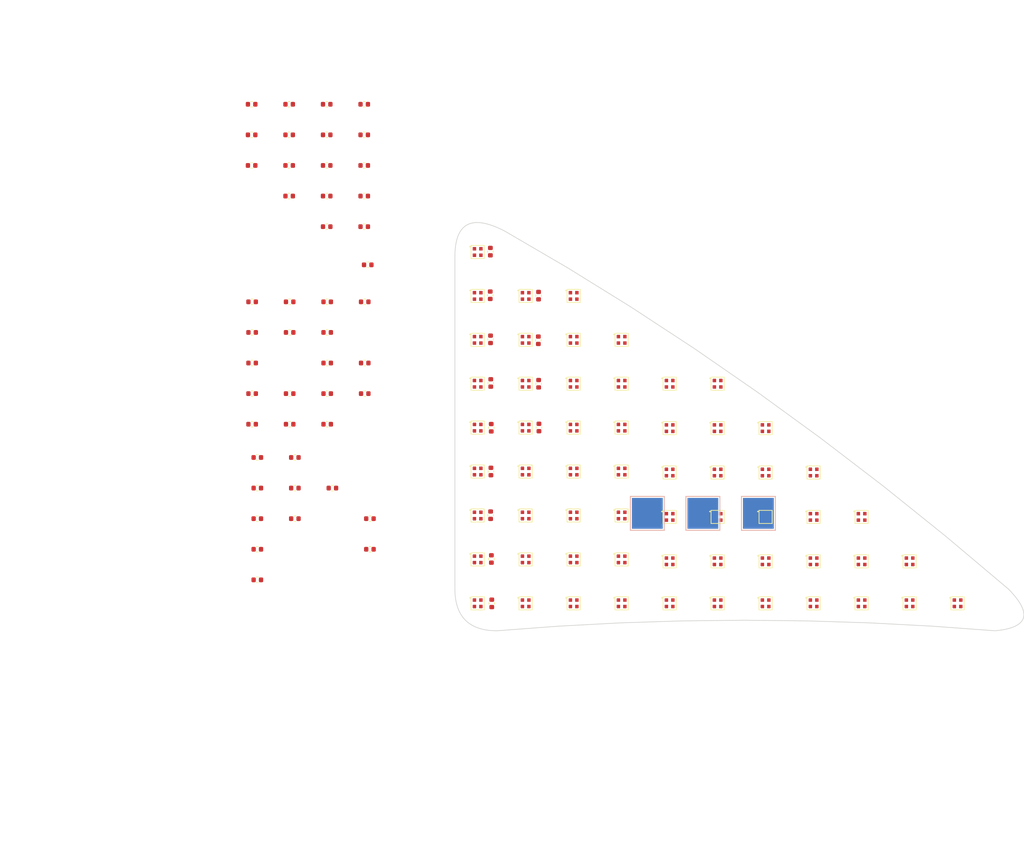
<source format=kicad_pcb>
(kicad_pcb (version 20240108) (generator "pcbnew") (generator_version "8.0")
  (layers (0 "F.Cu" signal) (31 "B.Cu" signal) (34 "B.Paste" user) (35 "F.Paste" user) (36 "B.SilkS" user "B.Silkscreen") (37 "F.SilkS" user "F.Silkscreen") (38 "B.Mask" user) (39 "F.Mask" user) (44 "Edge.Cuts" user))
  (net 0 "")
  (net 1 "led_1-dout")
  (net 2 "gnd")
  (net 3 "din")
  (net 4 "vcc")
  (net 5 "led_18-dout")
  (net 6 "led_19-dout")
  (net 7 "led_17-dout")
  (net 8 "led_16-dout")
  (net 9 "led_15-dout")
  (net 10 "led_14-dout")
  (net 11 "led_13-dout")
  (net 12 "led_12-dout")
  (net 13 "led_11-dout")
  (net 14 "led_10-dout")
  (net 15 "led_9-dout")
  (net 16 "led_8-dout")
  (net 17 "led_7-dout")
  (net 18 "led_6-dout")
  (net 19 "led_5-dout")
  (net 20 "led_4-dout")
  (net 21 "led_3-dout")
  (net 22 "led_2-dout")
  (net 23 "led_20-dout")
  (net 24 "led_40-dout")
  (net 25 "led_39-dout")
  (net 26 "led_38-dout")
  (net 27 "led_37-dout")
  (net 28 "led_36-dout")
  (net 29 "led_35-dout")
  (net 30 "led_34-dout")
  (net 31 "led_33-dout")
  (net 32 "led_32-dout")
  (net 33 "led_31-dout")
  (net 34 "led_30-dout")
  (net 35 "led_29-dout")
  (net 36 "led_28-dout")
  (net 37 "led_27-dout")
  (net 38 "led_26-dout")
  (net 39 "led_25-dout")
  (net 40 "led_24-dout")
  (net 41 "led_23-dout")
  (net 42 "led_22-dout")
  (net 43 "led_21-dout")
  (net 44 "led_59-dout")
  (net 45 "led_58-dout")
  (net 46 "led_57-dout")
  (net 47 "led_56-dout")
  (net 48 "led_55-dout")
  (net 49 "led_54-dout")
  (net 50 "led_53-dout")
  (net 51 "led_52-dout")
  (net 52 "led_51-dout")
  (net 53 "led_50-dout")
  (net 54 "led_49-dout")
  (net 55 "led_48-dout")
  (net 56 "led_47-dout")
  (net 57 "led_46-dout")
  (net 58 "led_45-dout")
  (net 59 "led_44-dout")
  (net 60 "led_43-dout")
  (net 61 "led_42-dout")
  (net 62 "led_41-dout")
  (footprint "lib:C0402" (layer "F.Cu") (at 124.91 122.02 -90)
    (property "Reference" "C15" (hide yes))
    (property "Value" "16V 100nF X7R ±10% 0402  Multilayer Ceramic Capacitors MLCC - SMD/SMT ROHS")
    (pad "1" smd roundrect (at -0.48 0 270) (size 0.56 0.62) (layers "F.Cu" "F.Paste" "F.Mask") (net 4 "vcc"))
    (pad "2" smd roundrect (at 0.48 0 270) (size 0.56 0.62) (layers "F.Cu" "F.Paste" "F.Mask") (net 2 "gnd"))
  )
  (footprint "lib:LED-SMD_4P-L1.0-W1.0-TL_XL-1010RGBC-WS2812B" (layer "F.Cu") (at 129.307 110.615)
    (property "Reference" "U18" (hide yes))
    (property "Value" "")
    (pad "1" smd rect (at -0.42 -0.42) (size 0.45 0.45) (layers "F.Cu" "F.Paste" "F.Mask") (net 9 "led_15-dout"))
    (pad "2" smd rect (at 0.42 -0.42) (size 0.45 0.45) (layers "F.Cu" "F.Paste" "F.Mask") (net 4 "vcc"))
    (pad "3" smd rect (at -0.42 0.42) (size 0.45 0.45) (layers "F.Cu" "F.Paste" "F.Mask") (net 2 "gnd"))
    (pad "4" smd rect (at 0.42 0.42) (size 0.45 0.45) (layers "F.Cu" "F.Paste" "F.Mask") (net 10 "led_14-dout"))
  )
  (footprint "lib:LED-SMD_4P-L1.0-W1.0-TL_XL-1010RGBC-WS2812B" (layer "F.Cu") (at 154.215 99.281875)
    (property "Reference" "U43" (hide yes))
    (property "Value" "")
    (pad "1" smd rect (at -0.42 -0.42) (size 0.45 0.45) (layers "F.Cu" "F.Paste" "F.Mask") (net 24 "led_40-dout"))
    (pad "2" smd rect (at 0.42 -0.42) (size 0.45 0.45) (layers "F.Cu" "F.Paste" "F.Mask") (net 4 "vcc"))
    (pad "3" smd rect (at -0.42 0.42) (size 0.45 0.45) (layers "F.Cu" "F.Paste" "F.Mask") (net 2 "gnd"))
    (pad "4" smd rect (at 0.42 0.42) (size 0.45 0.45) (layers "F.Cu" "F.Paste" "F.Mask") (net 25 "led_39-dout"))
  )
  (footprint "lib:LED-SMD_4P-L1.0-W1.0-TL_XL-1010RGBC-WS2812B" (layer "F.Cu") (at 135.534 93.5225)
    (property "Reference" "U26" (hide yes))
    (property "Value" "")
    (pad "1" smd rect (at -0.42 -0.42) (size 0.45 0.45) (layers "F.Cu" "F.Paste" "F.Mask") (net 41 "led_23-dout"))
    (pad "2" smd rect (at 0.42 -0.42) (size 0.45 0.45) (layers "F.Cu" "F.Paste" "F.Mask") (net 4 "vcc"))
    (pad "3" smd rect (at -0.42 0.42) (size 0.45 0.45) (layers "F.Cu" "F.Paste" "F.Mask") (net 2 "gnd"))
    (pad "4" smd rect (at 0.42 0.42) (size 0.45 0.45) (layers "F.Cu" "F.Paste" "F.Mask") (net 42 "led_22-dout"))
  )
  (footprint "lib:C0402" (layer "F.Cu") (at 108.36 69.17)
    (property "Reference" "C58" (hide yes))
    (property "Value" "16V 100nF X7R ±10% 0402  Multilayer Ceramic Capacitors MLCC - SMD/SMT ROHS")
    (pad "1" smd roundrect (at -0.48 0) (size 0.56 0.62) (layers "F.Cu" "F.Paste" "F.Mask") (net 4 "vcc"))
    (pad "2" smd roundrect (at 0.48 0) (size 0.56 0.62) (layers "F.Cu" "F.Paste" "F.Mask") (net 2 "gnd"))
  )
  (footprint "lib:C0402" (layer "F.Cu") (at 130.99 93.52 -90)
    (property "Reference" "C12" (hide yes))
    (property "Value" "16V 100nF X7R ±10% 0402  Multilayer Ceramic Capacitors MLCC - SMD/SMT ROHS")
    (pad "1" smd roundrect (at -0.48 0 270) (size 0.56 0.62) (layers "F.Cu" "F.Paste" "F.Mask") (net 4 "vcc"))
    (pad "2" smd roundrect (at 0.48 0 270) (size 0.56 0.62) (layers "F.Cu" "F.Paste" "F.Mask") (net 2 "gnd"))
  )
  (footprint "lib:LED-SMD_4P-L1.0-W1.0-TL_XL-1010RGBC-WS2812B" (layer "F.Cu") (at 141.761 93.5225)
    (property "Reference" "U30" (hide yes))
    (property "Value" "")
    (pad "1" smd rect (at -0.42 -0.42) (size 0.45 0.45) (layers "F.Cu" "F.Paste" "F.Mask") (net 37 "led_27-dout"))
    (pad "2" smd rect (at 0.42 -0.42) (size 0.45 0.45) (layers "F.Cu" "F.Paste" "F.Mask") (net 4 "vcc"))
    (pad "3" smd rect (at -0.42 0.42) (size 0.45 0.45) (layers "F.Cu" "F.Paste" "F.Mask") (net 2 "gnd"))
    (pad "4" smd rect (at 0.42 0.42) (size 0.45 0.45) (layers "F.Cu" "F.Paste" "F.Mask") (net 38 "led_26-dout"))
  )
  (footprint "lib:LED-SMD_4P-L1.0-W1.0-TL_XL-1010RGBC-WS2812B" (layer "F.Cu") (at 129.307 122.01)
    (property "Reference" "U20" (hide yes))
    (property "Value" "")
    (pad "1" smd rect (at -0.42 -0.42) (size 0.45 0.45) (layers "F.Cu" "F.Paste" "F.Mask") (net 7 "led_17-dout"))
    (pad "2" smd rect (at 0.42 -0.42) (size 0.45 0.45) (layers "F.Cu" "F.Paste" "F.Mask") (net 4 "vcc"))
    (pad "3" smd rect (at -0.42 0.42) (size 0.45 0.45) (layers "F.Cu" "F.Paste" "F.Mask") (net 2 "gnd"))
    (pad "4" smd rect (at 0.42 0.42) (size 0.45 0.45) (layers "F.Cu" "F.Paste" "F.Mask") (net 8 "led_16-dout"))
  )
  (footprint "lib:LED-SMD_4P-L1.0-W1.0-TL_XL-1010RGBC-WS2812B" (layer "F.Cu") (at 123.08 76.43)
    (property "Reference" "U12" (hide yes))
    (property "Value" "")
    (pad "1" smd rect (at -0.42 -0.42) (size 0.45 0.45) (layers "F.Cu" "F.Paste" "F.Mask") (net 15 "led_9-dout"))
    (pad "2" smd rect (at 0.42 -0.42) (size 0.45 0.45) (layers "F.Cu" "F.Paste" "F.Mask") (net 4 "vcc"))
    (pad "3" smd rect (at -0.42 0.42) (size 0.45 0.45) (layers "F.Cu" "F.Paste" "F.Mask") (net 2 "gnd"))
    (pad "4" smd rect (at 0.42 0.42) (size 0.45 0.45) (layers "F.Cu" "F.Paste" "F.Mask") (net 16 "led_8-dout"))
  )
  (footprint "lib:LED-SMD_4P-L1.0-W1.0-TL_XL-1010RGBC-WS2812B" (layer "F.Cu") (at 123.08 122.01)
    (property "Reference" "U4" (hide yes))
    (property "Value" "")
    (pad "1" smd rect (at -0.42 -0.42) (size 0.45 0.45) (layers "F.Cu" "F.Paste" "F.Mask") (net 1 "led_1-dout"))
    (pad "2" smd rect (at 0.42 -0.42) (size 0.45 0.45) (layers "F.Cu" "F.Paste" "F.Mask") (net 4 "vcc"))
    (pad "3" smd rect (at -0.42 0.42) (size 0.45 0.45) (layers "F.Cu" "F.Paste" "F.Mask") (net 2 "gnd"))
    (pad "4" smd rect (at 0.42 0.42) (size 0.45 0.45) (layers "F.Cu" "F.Paste" "F.Mask") (net 3 "din"))
  )
  (footprint "lib:LED-SMD_4P-L1.0-W1.0-TL_XL-1010RGBC-WS2812B" (layer "F.Cu") (at 160.442 99.281875)
    (property "Reference" "U52" (hide yes))
    (property "Value" "")
    (pad "1" smd rect (at -0.42 -0.42) (size 0.45 0.45) (layers "F.Cu" "F.Paste" "F.Mask") (net 54 "led_49-dout"))
    (pad "2" smd rect (at 0.42 -0.42) (size 0.45 0.45) (layers "F.Cu" "F.Paste" "F.Mask") (net 4 "vcc"))
    (pad "3" smd rect (at -0.42 0.42) (size 0.45 0.45) (layers "F.Cu" "F.Paste" "F.Mask") (net 2 "gnd"))
    (pad "4" smd rect (at 0.42 0.42) (size 0.45 0.45) (layers "F.Cu" "F.Paste" "F.Mask") (net 55 "led_48-dout"))
  )
  (footprint "lib:LED-SMD_4P-L1.0-W1.0-TL_XL-1010RGBC-WS2812B" (layer "F.Cu") (at 160.442 122.01)
    (property "Reference" "U48" (hide yes))
    (property "Value" "")
    (pad "1" smd rect (at -0.42 -0.42) (size 0.45 0.45) (layers "F.Cu" "F.Paste" "F.Mask") (net 58 "led_45-dout"))
    (pad "2" smd rect (at 0.42 -0.42) (size 0.45 0.45) (layers "F.Cu" "F.Paste" "F.Mask") (net 4 "vcc"))
    (pad "3" smd rect (at -0.42 0.42) (size 0.45 0.45) (layers "F.Cu" "F.Paste" "F.Mask") (net 2 "gnd"))
    (pad "4" smd rect (at 0.42 0.42) (size 0.45 0.45) (layers "F.Cu" "F.Paste" "F.Mask") (net 59 "led_44-dout"))
  )
  (footprint "lib:C0402" (layer "F.Cu") (at 93.75 65.2)
    (property "Reference" "C50" (hide yes))
    (property "Value" "16V 100nF X7R ±10% 0402  Multilayer Ceramic Capacitors MLCC - SMD/SMT ROHS")
    (pad "1" smd roundrect (at -0.48 0) (size 0.56 0.62) (layers "F.Cu" "F.Paste" "F.Mask") (net 4 "vcc"))
    (pad "2" smd roundrect (at 0.48 0) (size 0.56 0.62) (layers "F.Cu" "F.Paste" "F.Mask") (net 2 "gnd"))
  )
  (footprint "lib:LED-SMD_4P-L1.0-W1.0-TL_XL-1010RGBC-WS2812B" (layer "F.Cu") (at 179.123 116.56)
    (property "Reference" "U60" (hide yes))
    (property "Value" "")
    (pad "1" smd rect (at -0.42 -0.42) (size 0.45 0.45) (layers "F.Cu" "F.Paste" "F.Mask") (net 46 "led_57-dout"))
    (pad "2" smd rect (at 0.42 -0.42) (size 0.45 0.45) (layers "F.Cu" "F.Paste" "F.Mask") (net 4 "vcc"))
    (pad "3" smd rect (at -0.42 0.42) (size 0.45 0.45) (layers "F.Cu" "F.Paste" "F.Mask") (net 2 "gnd"))
    (pad "4" smd rect (at 0.42 0.42) (size 0.45 0.45) (layers "F.Cu" "F.Paste" "F.Mask") (net 47 "led_56-dout"))
  )
  (footprint "lib:C0402" (layer "F.Cu") (at 99.36 107.06)
    (property "Reference" "C19" (hide yes))
    (property "Value" "16V 100nF X7R ±10% 0402  Multilayer Ceramic Capacitors MLCC - SMD/SMT ROHS")
    (pad "1" smd roundrect (at -0.48 0) (size 0.56 0.62) (layers "F.Cu" "F.Paste" "F.Mask") (net 4 "vcc"))
    (pad "2" smd roundrect (at 0.48 0) (size 0.56 0.62) (layers "F.Cu" "F.Paste" "F.Mask") (net 2 "gnd"))
  )
  (footprint "lib:LED-SMD_4P-L1.0-W1.0-TL_XL-1010RGBC-WS2812B" (layer "F.Cu") (at 135.534 110.615)
    (property "Reference" "U23" (hide yes))
    (property "Value" "")
    (pad "1" smd rect (at -0.42 -0.42) (size 0.45 0.45) (layers "F.Cu" "F.Paste" "F.Mask") (net 23 "led_20-dout"))
    (pad "2" smd rect (at 0.42 -0.42) (size 0.45 0.45) (layers "F.Cu" "F.Paste" "F.Mask") (net 4 "vcc"))
    (pad "3" smd rect (at -0.42 0.42) (size 0.45 0.45) (layers "F.Cu" "F.Paste" "F.Mask") (net 2 "gnd"))
    (pad "4" smd rect (at 0.42 0.42) (size 0.45 0.45) (layers "F.Cu" "F.Paste" "F.Mask") (net 6 "led_19-dout"))
  )
  (footprint "lib:LED-SMD_4P-L1.0-W1.0-TL_XL-1010RGBC-WS2812B" (layer "F.Cu") (at 147.988 122.01)
    (property "Reference" "U36" (hide yes))
    (property "Value" "")
    (pad "1" smd rect (at -0.42 -0.42) (size 0.45 0.45) (layers "F.Cu" "F.Paste" "F.Mask") (net 31 "led_33-dout"))
    (pad "2" smd rect (at 0.42 -0.42) (size 0.45 0.45) (layers "F.Cu" "F.Paste" "F.Mask") (net 4 "vcc"))
    (pad "3" smd rect (at -0.42 0.42) (size 0.45 0.45) (layers "F.Cu" "F.Paste" "F.Mask") (net 2 "gnd"))
    (pad "4" smd rect (at 0.42 0.42) (size 0.45 0.45) (layers "F.Cu" "F.Paste" "F.Mask") (net 32 "led_32-dout"))
  )
  (footprint "lib:C0402" (layer "F.Cu") (at 93.75 57.26)
    (property "Reference" "C57" (hide yes))
    (property "Value" "16V 100nF X7R ±10% 0402  Multilayer Ceramic Capacitors MLCC - SMD/SMT ROHS")
    (pad "1" smd roundrect (at -0.48 0) (size 0.56 0.62) (layers "F.Cu" "F.Paste" "F.Mask") (net 4 "vcc"))
    (pad "2" smd roundrect (at 0.48 0) (size 0.56 0.62) (layers "F.Cu" "F.Paste" "F.Mask") (net 2 "gnd"))
  )
  (footprint "lib:C0402" (layer "F.Cu") (at 108.36 73.14)
    (property "Reference" "C48" (hide yes))
    (property "Value" "16V 100nF X7R ±10% 0402  Multilayer Ceramic Capacitors MLCC - SMD/SMT ROHS")
    (pad "1" smd roundrect (at -0.48 0) (size 0.56 0.62) (layers "F.Cu" "F.Paste" "F.Mask") (net 4 "vcc"))
    (pad "2" smd roundrect (at 0.48 0) (size 0.56 0.62) (layers "F.Cu" "F.Paste" "F.Mask") (net 2 "gnd"))
  )
  (footprint "lib:LED-SMD_4P-L1.0-W1.0-TL_XL-1010RGBC-WS2812B" (layer "F.Cu") (at 135.534 99.22)
    (property "Reference" "U25" (hide yes))
    (property "Value" "")
    (pad "1" smd rect (at -0.42 -0.42) (size 0.45 0.45) (layers "F.Cu" "F.Paste" "F.Mask") (net 42 "led_22-dout"))
    (pad "2" smd rect (at 0.42 -0.42) (size 0.45 0.45) (layers "F.Cu" "F.Paste" "F.Mask") (net 4 "vcc"))
    (pad "3" smd rect (at -0.42 0.42) (size 0.45 0.45) (layers "F.Cu" "F.Paste" "F.Mask") (net 2 "gnd"))
    (pad "4" smd rect (at 0.42 0.42) (size 0.45 0.45) (layers "F.Cu" "F.Paste" "F.Mask") (net 43 "led_21-dout"))
  )
  (footprint "lib:LED-SMD_4P-L1.0-W1.0-TL_XL-1010RGBC-WS2812B" (layer "F.Cu") (at 166.669 110.800625)
    (property "Reference" "U54" (hide yes))
    (property "Value" "")
    (pad "1" smd rect (at -0.42 -0.42) (size 0.45 0.45) (layers "F.Cu" "F.Paste" "F.Mask") (net 52 "led_51-dout"))
    (pad "2" smd rect (at 0.42 -0.42) (size 0.45 0.45) (layers "F.Cu" "F.Paste" "F.Mask") (net 4 "vcc"))
    (pad "3" smd rect (at -0.42 0.42) (size 0.45 0.45) (layers "F.Cu" "F.Paste" "F.Mask") (net 2 "gnd"))
    (pad "4" smd rect (at 0.42 0.42) (size 0.45 0.45) (layers "F.Cu" "F.Paste" "F.Mask") (net 53 "led_50-dout"))
  )
  (footprint "lib:C0402" (layer "F.Cu") (at 124.71 82.04 -90)
    (property "Reference" "C8" (hide yes))
    (property "Value" "16V 100nF X7R ±10% 0402  Multilayer Ceramic Capacitors MLCC - SMD/SMT ROHS")
    (pad "1" smd roundrect (at -0.48 0 270) (size 0.56 0.62) (layers "F.Cu" "F.Paste" "F.Mask") (net 4 "vcc"))
    (pad "2" smd roundrect (at 0.48 0 270) (size 0.56 0.62) (layers "F.Cu" "F.Paste" "F.Mask") (net 2 "gnd"))
  )
  (footprint "lib:C0402" (layer "F.Cu") (at 98.62 57.26)
    (property "Reference" "C51" (hide yes))
    (property "Value" "16V 100nF X7R ±10% 0402  Multilayer Ceramic Capacitors MLCC - SMD/SMT ROHS")
    (pad "1" smd roundrect (at -0.48 0) (size 0.56 0.62) (layers "F.Cu" "F.Paste" "F.Mask") (net 4 "vcc"))
    (pad "2" smd roundrect (at 0.48 0) (size 0.56 0.62) (layers "F.Cu" "F.Paste" "F.Mask") (net 2 "gnd"))
  )
  (footprint "lib:LED-SMD_4P-L1.0-W1.0-TL_XL-1010RGBC-WS2812B" (layer "F.Cu") (at 129.307 87.825)
    (property "Reference" "U14" (hide yes))
    (property "Value" "")
    (pad "1" smd rect (at -0.42 -0.42) (size 0.45 0.45) (layers "F.Cu" "F.Paste" "F.Mask") (net 13 "led_11-dout"))
    (pad "2" smd rect (at 0.42 -0.42) (size 0.45 0.45) (layers "F.Cu" "F.Paste" "F.Mask") (net 4 "vcc"))
    (pad "3" smd rect (at -0.42 0.42) (size 0.45 0.45) (layers "F.Cu" "F.Paste" "F.Mask") (net 2 "gnd"))
    (pad "4" smd rect (at 0.42 0.42) (size 0.45 0.45) (layers "F.Cu" "F.Paste" "F.Mask") (net 14 "led_10-dout"))
  )
  (footprint "lib:LED-SMD_4P-L1.0-W1.0-TL_XL-1010RGBC-WS2812B" (layer "F.Cu") (at 141.761 122.01)
    (property "Reference" "U35" (hide yes))
    (property "Value" "")
    (pad "1" smd rect (at -0.42 -0.42) (size 0.45 0.45) (layers "F.Cu" "F.Paste" "F.Mask") (net 32 "led_32-dout"))
    (pad "2" smd rect (at 0.42 -0.42) (size 0.45 0.45) (layers "F.Cu" "F.Paste" "F.Mask") (net 4 "vcc"))
    (pad "3" smd rect (at -0.42 0.42) (size 0.45 0.45) (layers "F.Cu" "F.Paste" "F.Mask") (net 2 "gnd"))
    (pad "4" smd rect (at 0.42 0.42) (size 0.45 0.45) (layers "F.Cu" "F.Paste" "F.Mask") (net 33 "led_31-dout"))
  )
  (footprint "lib:LED-SMD_4P-L1.0-W1.0-TL_XL-1010RGBC-WS2812B" (layer "F.Cu") (at 135.534 122.01)
    (property "Reference" "U21" (hide yes))
    (property "Value" "")
    (pad "1" smd rect (at -0.42 -0.42) (size 0.45 0.45) (layers "F.Cu" "F.Paste" "F.Mask") (net 5 "led_18-dout"))
    (pad "2" smd rect (at 0.42 -0.42) (size 0.45 0.45) (layers "F.Cu" "F.Paste" "F.Mask") (net 4 "vcc"))
    (pad "3" smd rect (at -0.42 0.42) (size 0.45 0.45) (layers "F.Cu" "F.Paste" "F.Mask") (net 2 "gnd"))
    (pad "4" smd rect (at 0.42 0.42) (size 0.45 0.45) (layers "F.Cu" "F.Paste" "F.Mask") (net 7 "led_17-dout"))
  )
  (footprint "lib:C0402" (layer "F.Cu") (at 124.86 116.26 -90)
    (property "Reference" "C21" (hide yes))
    (property "Value" "16V 100nF X7R ±10% 0402  Multilayer Ceramic Capacitors MLCC - SMD/SMT ROHS")
    (pad "1" smd roundrect (at -0.48 0 270) (size 0.56 0.62) (layers "F.Cu" "F.Paste" "F.Mask") (net 4 "vcc"))
    (pad "2" smd roundrect (at 0.48 0 270) (size 0.56 0.62) (layers "F.Cu" "F.Paste" "F.Mask") (net 2 "gnd"))
  )
  (footprint "lib:C0402" (layer "F.Cu") (at 103.49 57.26)
    (property "Reference" "C56" (hide yes))
    (property "Value" "16V 100nF X7R ±10% 0402  Multilayer Ceramic Capacitors MLCC - SMD/SMT ROHS")
    (pad "1" smd roundrect (at -0.48 0) (size 0.56 0.62) (layers "F.Cu" "F.Paste" "F.Mask") (net 4 "vcc"))
    (pad "2" smd roundrect (at 0.48 0) (size 0.56 0.62) (layers "F.Cu" "F.Paste" "F.Mask") (net 2 "gnd"))
  )
  (footprint "lib:LED-SMD_4P-L1.0-W1.0-TL_XL-1010RGBC-WS2812B" (layer "F.Cu") (at 172.896 122.01)
    (property "Reference" "U57" (hide yes))
    (property "Value" "")
    (pad "1" smd rect (at -0.42 -0.42) (size 0.45 0.45) (layers "F.Cu" "F.Paste" "F.Mask") (net 49 "led_54-dout"))
    (pad "2" smd rect (at 0.42 -0.42) (size 0.45 0.45) (layers "F.Cu" "F.Paste" "F.Mask") (net 4 "vcc"))
    (pad "3" smd rect (at -0.42 0.42) (size 0.45 0.45) (layers "F.Cu" "F.Paste" "F.Mask") (net 2 "gnd"))
    (pad "4" smd rect (at 0.42 0.42) (size 0.45 0.45) (layers "F.Cu" "F.Paste" "F.Mask") (net 50 "led_53-dout"))
  )
  (footprint "lib:LED-SMD_4P-L1.0-W1.0-TL_XL-1010RGBC-WS2812B" (layer "F.Cu") (at 160.442 110.800625)
    (property "Reference" "U50" (hide yes))
    (property "Value" "")
    (pad "1" smd rect (at -0.42 -0.42) (size 0.45 0.45) (layers "F.Cu" "F.Paste" "F.Mask") (net 56 "led_47-dout"))
    (pad "2" smd rect (at 0.42 -0.42) (size 0.45 0.45) (layers "F.Cu" "F.Paste" "F.Mask") (net 4 "vcc"))
    (pad "3" smd rect (at -0.42 0.42) (size 0.45 0.45) (layers "F.Cu" "F.Paste" "F.Mask") (net 2 "gnd"))
    (pad "4" smd rect (at 0.42 0.42) (size 0.45 0.45) (layers "F.Cu" "F.Paste" "F.Mask") (net 57 "led_46-dout"))
  )
  (footprint "lib:C0402" (layer "F.Cu") (at 103.555 98.775)
    (property "Reference" "C34" (hide yes))
    (property "Value" "16V 100nF X7R ±10% 0402  Multilayer Ceramic Capacitors MLCC - SMD/SMT ROHS")
    (pad "1" smd roundrect (at -0.48 0) (size 0.56 0.62) (layers "F.Cu" "F.Paste" "F.Mask") (net 4 "vcc"))
    (pad "2" smd roundrect (at 0.48 0) (size 0.56 0.62) (layers "F.Cu" "F.Paste" "F.Mask") (net 2 "gnd"))
  )
  (footprint "lib:C0402" (layer "F.Cu") (at 109.1 111.03)
    (property "Reference" "C4" (hide yes))
    (property "Value" "16V 100nF X7R ±10% 0402  Multilayer Ceramic Capacitors MLCC - SMD/SMT ROHS")
    (pad "1" smd roundrect (at -0.48 0) (size 0.56 0.62) (layers "F.Cu" "F.Paste" "F.Mask") (net 4 "vcc"))
    (pad "2" smd roundrect (at 0.48 0) (size 0.56 0.62) (layers "F.Cu" "F.Paste" "F.Mask") (net 2 "gnd"))
  )
  (footprint "lib:C0402" (layer "F.Cu") (at 108.815 78.095)
    (property "Reference" "C35" (hide yes))
    (property "Value" "16V 100nF X7R ±10% 0402  Multilayer Ceramic Capacitors MLCC - SMD/SMT ROHS")
    (pad "1" smd roundrect (at -0.48 0) (size 0.56 0.62) (layers "F.Cu" "F.Paste" "F.Mask") (net 4 "vcc"))
    (pad "2" smd roundrect (at 0.48 0) (size 0.56 0.62) (layers "F.Cu" "F.Paste" "F.Mask") (net 2 "gnd"))
  )
  (footprint "lib:LED-SMD_4P-L1.0-W1.0-TL_XL-1010RGBC-WS2812B" (layer "F.Cu") (at 135.534 82.1275)
    (property "Reference" "U28" (hide yes))
    (property "Value" "")
    (pad "1" smd rect (at -0.42 -0.42) (size 0.45 0.45) (layers "F.Cu" "F.Paste" "F.Mask") (net 39 "led_25-dout"))
    (pad "2" smd rect (at 0.42 -0.42) (size 0.45 0.45) (layers "F.Cu" "F.Paste" "F.Mask") (net 4 "vcc"))
    (pad "3" smd rect (at -0.42 0.42) (size 0.45 0.45) (layers "F.Cu" "F.Paste" "F.Mask") (net 2 "gnd"))
    (pad "4" smd rect (at 0.42 0.42) (size 0.45 0.45) (layers "F.Cu" "F.Paste" "F.Mask") (net 40 "led_24-dout"))
  )
  (footprint "lib:C0402" (layer "F.Cu") (at 98.685 82.895)
    (property "Reference" "C29" (hide yes))
    (property "Value" "16V 100nF X7R ±10% 0402  Multilayer Ceramic Capacitors MLCC - SMD/SMT ROHS")
    (pad "1" smd roundrect (at -0.48 0) (size 0.56 0.62) (layers "F.Cu" "F.Paste" "F.Mask") (net 4 "vcc"))
    (pad "2" smd roundrect (at 0.48 0) (size 0.56 0.62) (layers "F.Cu" "F.Paste" "F.Mask") (net 2 "gnd"))
  )
  (footprint "lib:LED-SMD_4P-L1.0-W1.0-TL_XL-1010RGBC-WS2812B" (layer "F.Cu") (at 154.215 116.56)
    (property "Reference" "U46" (hide yes))
    (property "Value" "")
    (pad "1" smd rect (at -0.42 -0.42) (size 0.45 0.45) (layers "F.Cu" "F.Paste" "F.Mask") (net 60 "led_43-dout"))
    (pad "2" smd rect (at 0.42 -0.42) (size 0.45 0.45) (layers "F.Cu" "F.Paste" "F.Mask") (net 4 "vcc"))
    (pad "3" smd rect (at -0.42 0.42) (size 0.45 0.45) (layers "F.Cu" "F.Paste" "F.Mask") (net 2 "gnd"))
    (pad "4" smd rect (at 0.42 0.42) (size 0.45 0.45) (layers "F.Cu" "F.Paste" "F.Mask") (net 61 "led_42-dout"))
  )
  (footprint "lib:C0402" (layer "F.Cu") (at 94.49 111.03)
    (property "Reference" "C14" (hide yes))
    (property "Value" "16V 100nF X7R ±10% 0402  Multilayer Ceramic Capacitors MLCC - SMD/SMT ROHS")
    (pad "1" smd roundrect (at -0.48 0) (size 0.56 0.62) (layers "F.Cu" "F.Paste" "F.Mask") (net 4 "vcc"))
    (pad "2" smd roundrect (at 0.48 0) (size 0.56 0.62) (layers "F.Cu" "F.Paste" "F.Mask") (net 2 "gnd"))
  )
  (footprint "lib:C0402" (layer "F.Cu") (at 99.36 103.09)
    (property "Reference" "C1" (hide yes))
    (property "Value" "16V 100nF X7R ±10% 0402  Multilayer Ceramic Capacitors MLCC - SMD/SMT ROHS")
    (pad "1" smd roundrect (at -0.48 0) (size 0.56 0.62) (layers "F.Cu" "F.Paste" "F.Mask") (net 4 "vcc"))
    (pad "2" smd roundrect (at 0.48 0) (size 0.56 0.62) (layers "F.Cu" "F.Paste" "F.Mask") (net 2 "gnd"))
  )
  (footprint "lib:C0402" (layer "F.Cu") (at 130.95 87.88 -90)
    (property "Reference" "C11" (hide yes))
    (property "Value" "16V 100nF X7R ±10% 0402  Multilayer Ceramic Capacitors MLCC - SMD/SMT ROHS")
    (pad "1" smd roundrect (at -0.48 0 270) (size 0.56 0.62) (layers "F.Cu" "F.Paste" "F.Mask") (net 4 "vcc"))
    (pad "2" smd roundrect (at 0.48 0 270) (size 0.56 0.62) (layers "F.Cu" "F.Paste" "F.Mask") (net 2 "gnd"))
  )
  (footprint "lib:C0402" (layer "F.Cu") (at 93.815 94.805)
    (property "Reference" "C36" (hide yes))
    (property "Value" "16V 100nF X7R ±10% 0402  Multilayer Ceramic Capacitors MLCC - SMD/SMT ROHS")
    (pad "1" smd roundrect (at -0.48 0) (size 0.56 0.62) (layers "F.Cu" "F.Paste" "F.Mask") (net 4 "vcc"))
    (pad "2" smd roundrect (at 0.48 0) (size 0.56 0.62) (layers "F.Cu" "F.Paste" "F.Mask") (net 2 "gnd"))
  )
  (footprint "lib:LED-SMD_4P-L1.0-W1.0-TL_XL-1010RGBC-WS2812B" (layer "F.Cu") (at 154.215 105.04125)
    (property "Reference" "U44" (hide yes))
    (property "Value" "")
    (pad "1" smd rect (at -0.42 -0.42) (size 0.45 0.45) (layers "F.Cu" "F.Paste" "F.Mask") (net 62 "led_41-dout"))
    (pad "2" smd rect (at 0.42 -0.42) (size 0.45 0.45) (layers "F.Cu" "F.Paste" "F.Mask") (net 4 "vcc"))
    (pad "3" smd rect (at -0.42 0.42) (size 0.45 0.45) (layers "F.Cu" "F.Paste" "F.Mask") (net 2 "gnd"))
    (pad "4" smd rect (at 0.42 0.42) (size 0.45 0.45) (layers "F.Cu" "F.Paste" "F.Mask") (net 24 "led_40-dout"))
  )
  (footprint "lib:LED-SMD_4P-L1.0-W1.0-TL_XL-1010RGBC-WS2812B" (layer "F.Cu") (at 185.35 122.01)
    (property "Reference" "U62" (hide yes))
    (property "Value" "")
    (pad "1" smd rect (at -0.42 -0.42) (size 0.45 0.45) (layers "F.Cu" "F.Paste" "F.Mask") (net 44 "led_59-dout"))
    (pad "2" smd rect (at 0.42 -0.42) (size 0.45 0.45) (layers "F.Cu" "F.Paste" "F.Mask") (net 4 "vcc"))
    (pad "3" smd rect (at -0.42 0.42) (size 0.45 0.45) (layers "F.Cu" "F.Paste" "F.Mask") (net 2 "gnd"))
    (pad "4" smd rect (at 0.42 0.42) (size 0.45 0.45) (layers "F.Cu" "F.Paste" "F.Mask") (net 45 "led_58-dout"))
  )
  (footprint "lib:LED-SMD_4P-L1.0-W1.0-TL_XL-1010RGBC-WS2812B" (layer "F.Cu") (at 123.08 110.615)
    (property "Reference" "U6" (hide yes))
    (property "Value" "")
    (pad "1" smd rect (at -0.42 -0.42) (size 0.45 0.45) (layers "F.Cu" "F.Paste" "F.Mask") (net 21 "led_3-dout"))
    (pad "2" smd rect (at 0.42 -0.42) (size 0.45 0.45) (layers "F.Cu" "F.Paste" "F.Mask") (net 4 "vcc"))
    (pad "3" smd rect (at -0.42 0.42) (size 0.45 0.45) (layers "F.Cu" "F.Paste" "F.Mask") (net 2 "gnd"))
    (pad "4" smd rect (at 0.42 0.42) (size 0.45 0.45) (layers "F.Cu" "F.Paste" "F.Mask") (net 22 "led_2-dout"))
  )
  (footprint "lib:LED-SMD_4P-L1.0-W1.0-TL_XL-1010RGBC-WS2812B" (layer "F.Cu") (at 123.08 93.5225)
    (property "Reference" "U9" (hide yes))
    (property "Value" "")
    (pad "1" smd rect (at -0.42 -0.42) (size 0.45 0.45) (layers "F.Cu" "F.Paste" "F.Mask") (net 18 "led_6-dout"))
    (pad "2" smd rect (at 0.42 -0.42) (size 0.45 0.45) (layers "F.Cu" "F.Paste" "F.Mask") (net 4 "vcc"))
    (pad "3" smd rect (at -0.42 0.42) (size 0.45 0.45) (layers "F.Cu" "F.Paste" "F.Mask") (net 2 "gnd"))
    (pad "4" smd rect (at 0.42 0.42) (size 0.45 0.45) (layers "F.Cu" "F.Paste" "F.Mask") (net 19 "led_5-dout"))
  )
  (footprint "lib:C0402" (layer "F.Cu") (at 103.49 65.2)
    (property "Reference" "C43" (hide yes))
    (property "Value" "16V 100nF X7R ±10% 0402  Multilayer Ceramic Capacitors MLCC - SMD/SMT ROHS")
    (pad "1" smd roundrect (at -0.48 0) (size 0.56 0.62) (layers "F.Cu" "F.Paste" "F.Mask") (net 4 "vcc"))
    (pad "2" smd roundrect (at 0.48 0) (size 0.56 0.62) (layers "F.Cu" "F.Paste" "F.Mask") (net 2 "gnd"))
  )
  (footprint "lib:LED-SMD_4P-L1.0-W1.0-TL_XL-1010RGBC-WS2812B" (layer "F.Cu") (at 154.215 93.5225)
    (property "Reference" "U42" (hide yes))
    (property "Value" "")
    (pad "1" smd rect (at -0.42 -0.42) (size 0.45 0.45) (layers "F.Cu" "F.Paste" "F.Mask") (net 25 "led_39-dout"))
    (pad "2" smd rect (at 0.42 -0.42) (size 0.45 0.45) (layers "F.Cu" "F.Paste" "F.Mask") (net 4 "vcc"))
    (pad "3" smd rect (at -0.42 0.42) (size 0.45 0.45) (layers "F.Cu" "F.Paste" "F.Mask") (net 2 "gnd"))
    (pad "4" smd rect (at 0.42 0.42) (size 0.45 0.45) (layers "F.Cu" "F.Paste" "F.Mask") (net 26 "led_38-dout"))
  )
  (footprint "lib:C0402" (layer "F.Cu") (at 94.49 118.97)
    (property "Reference" "C3" (hide yes))
    (property "Value" "16V 100nF X7R ±10% 0402  Multilayer Ceramic Capacitors MLCC - SMD/SMT ROHS")
    (pad "1" smd roundrect (at -0.48 0) (size 0.56 0.62) (layers "F.Cu" "F.Paste" "F.Mask") (net 4 "vcc"))
    (pad "2" smd roundrect (at 0.48 0) (size 0.56 0.62) (layers "F.Cu" "F.Paste" "F.Mask") (net 2 "gnd"))
  )
  (footprint "lib:C0402" (layer "F.Cu") (at 108.425 90.835)
    (property "Reference" "C32" (hide yes))
    (property "Value" "16V 100nF X7R ±10% 0402  Multilayer Ceramic Capacitors MLCC - SMD/SMT ROHS")
    (pad "1" smd roundrect (at -0.48 0) (size 0.56 0.62) (layers "F.Cu" "F.Paste" "F.Mask") (net 4 "vcc"))
    (pad "2" smd roundrect (at 0.48 0) (size 0.56 0.62) (layers "F.Cu" "F.Paste" "F.Mask") (net 2 "gnd"))
  )
  (footprint "lib:C0402" (layer "F.Cu") (at 103.555 82.895)
    (property "Reference" "C27" (hide yes))
    (property "Value" "16V 100nF X7R ±10% 0402  Multilayer Ceramic Capacitors MLCC - SMD/SMT ROHS")
    (pad "1" smd roundrect (at -0.48 0) (size 0.56 0.62) (layers "F.Cu" "F.Paste" "F.Mask") (net 4 "vcc"))
    (pad "2" smd roundrect (at 0.48 0) (size 0.56 0.62) (layers "F.Cu" "F.Paste" "F.Mask") (net 2 "gnd"))
  )
  (footprint "lib:C0402" (layer "F.Cu") (at 124.75 87.76 -90)
    (property "Reference" "C7" (hide yes))
    (property "Value" "16V 100nF X7R ±10% 0402  Multilayer Ceramic Capacitors MLCC - SMD/SMT ROHS")
    (pad "1" smd roundrect (at -0.48 0 270) (size 0.56 0.62) (layers "F.Cu" "F.Paste" "F.Mask") (net 4 "vcc"))
    (pad "2" smd roundrect (at 0.48 0 270) (size 0.56 0.62) (layers "F.Cu" "F.Paste" "F.Mask") (net 2 "gnd"))
  )
  (footprint "lib:C0402" (layer "F.Cu") (at 93.815 82.895)
    (property "Reference" "C22" (hide yes))
    (property "Value" "16V 100nF X7R ±10% 0402  Multilayer Ceramic Capacitors MLCC - SMD/SMT ROHS")
    (pad "1" smd roundrect (at -0.48 0) (size 0.56 0.62) (layers "F.Cu" "F.Paste" "F.Mask") (net 4 "vcc"))
    (pad "2" smd roundrect (at 0.48 0) (size 0.56 0.62) (layers "F.Cu" "F.Paste" "F.Mask") (net 2 "gnd"))
  )
  (footprint "lib:LED-SMD_4P-L1.0-W1.0-TL_XL-1010RGBC-WS2812B" (layer "F.Cu") (at 147.988 99.281875)
    (property "Reference" "U40" (hide yes))
    (property "Value" "")
    (pad "1" smd rect (at -0.42 -0.42) (size 0.45 0.45) (layers "F.Cu" "F.Paste" "F.Mask") (net 27 "led_37-dout"))
    (pad "2" smd rect (at 0.42 -0.42) (size 0.45 0.45) (layers "F.Cu" "F.Paste" "F.Mask") (net 4 "vcc"))
    (pad "3" smd rect (at -0.42 0.42) (size 0.45 0.45) (layers "F.Cu" "F.Paste" "F.Mask") (net 2 "gnd"))
    (pad "4" smd rect (at 0.42 0.42) (size 0.45 0.45) (layers "F.Cu" "F.Paste" "F.Mask") (net 28 "led_36-dout"))
  )
  (footprint "lib:C0402" (layer "F.Cu") (at 103.555 86.865)
    (property "Reference" "C25" (hide yes))
    (property "Value" "16V 100nF X7R ±10% 0402  Multilayer Ceramic Capacitors MLCC - SMD/SMT ROHS")
    (pad "1" smd roundrect (at -0.48 0) (size 0.56 0.62) (layers "F.Cu" "F.Paste" "F.Mask") (net 4 "vcc"))
    (pad "2" smd roundrect (at 0.48 0) (size 0.56 0.62) (layers "F.Cu" "F.Paste" "F.Mask") (net 2 "gnd"))
  )
  (footprint "lib:LED-SMD_4P-L1.0-W1.0-TL_XL-1010RGBC-WS2812B" (layer "F.Cu") (at 141.761 104.9175)
    (property "Reference" "U32" (hide yes))
    (property "Value" "")
    (pad "1" smd rect (at -0.42 -0.42) (size 0.45 0.45) (layers "F.Cu" "F.Paste" "F.Mask") (net 35 "led_29-dout"))
    (pad "2" smd rect (at 0.42 -0.42) (size 0.45 0.45) (layers "F.Cu" "F.Paste" "F.Mask") (net 4 "vcc"))
    (pad "3" smd rect (at -0.42 0.42) (size 0.45 0.45) (layers "F.Cu" "F.Paste" "F.Mask") (net 2 "gnd"))
    (pad "4" smd rect (at 0.42 0.42) (size 0.45 0.45) (layers "F.Cu" "F.Paste" "F.Mask") (net 36 "led_28-dout"))
  )
  (footprint "lib:LED-SMD_4P-L1.0-W1.0-TL_XL-1010RGBC-WS2812B" (layer "F.Cu") (at 160.442 105.04125)
    (property "Reference" "U51" (hide yes))
    (property "Value" "")
    (pad "1" smd rect (at -0.42 -0.42) (size 0.45 0.45) (layers "F.Cu" "F.Paste" "F.Mask") (net 55 "led_48-dout"))
    (pad "2" smd rect (at 0.42 -0.42) (size 0.45 0.45) (layers "F.Cu" "F.Paste" "F.Mask") (net 4 "vcc"))
    (pad "3" smd rect (at -0.42 0.42) (size 0.45 0.45) (layers "F.Cu" "F.Paste" "F.Mask") (net 2 "gnd"))
    (pad "4" smd rect (at 0.42 0.42) (size 0.45 0.45) (layers "F.Cu" "F.Paste" "F.Mask") (net 56 "led_47-dout"))
  )
  (footprint "lib:LED-SMD_4P-L1.0-W1.0-TL_XL-1010RGBC-WS2812B" (layer "F.Cu") (at 123.08 87.825)
    (property "Reference" "U10" (hide yes))
    (property "Value" "")
    (pad "1" smd rect (at -0.42 -0.42) (size 0.45 0.45) (layers "F.Cu" "F.Paste" "F.Mask") (net 17 "led_7-dout"))
    (pad "2" smd rect (at 0.42 -0.42) (size 0.45 0.45) (layers "F.Cu" "F.Paste" "F.Mask") (net 4 "vcc"))
    (pad "3" smd rect (at -0.42 0.42) (size 0.45 0.45) (layers "F.Cu" "F.Paste" "F.Mask") (net 2 "gnd"))
    (pad "4" smd rect (at 0.42 0.42) (size 0.45 0.45) (layers "F.Cu" "F.Paste" "F.Mask") (net 18 "led_6-dout"))
  )
  (footprint "lib:C0402" (layer "F.Cu") (at 104.23 107.06)
    (property "Reference" "C17" (hide yes))
    (property "Value" "16V 100nF X7R ±10% 0402  Multilayer Ceramic Capacitors MLCC - SMD/SMT ROHS")
    (pad "1" smd roundrect (at -0.48 0) (size 0.56 0.62) (layers "F.Cu" "F.Paste" "F.Mask") (net 4 "vcc"))
    (pad "2" smd roundrect (at 0.48 0) (size 0.56 0.62) (layers "F.Cu" "F.Paste" "F.Mask") (net 2 "gnd"))
  )
  (footprint "lib:C0402" (layer "F.Cu") (at 108.425 82.895)
    (property "Reference" "C38" (hide yes))
    (property "Value" "16V 100nF X7R ±10% 0402  Multilayer Ceramic Capacitors MLCC - SMD/SMT ROHS")
    (pad "1" smd roundrect (at -0.48 0) (size 0.56 0.62) (layers "F.Cu" "F.Paste" "F.Mask") (net 4 "vcc"))
    (pad "2" smd roundrect (at 0.48 0) (size 0.56 0.62) (layers "F.Cu" "F.Paste" "F.Mask") (net 2 "gnd"))
  )
  (footprint "lib:LED-SMD_4P-L1.0-W1.0-TL_XL-1010RGBC-WS2812B" (layer "F.Cu") (at 172.896 116.56)
    (property "Reference" "U58" (hide yes))
    (property "Value" "")
    (pad "1" smd rect (at -0.42 -0.42) (size 0.45 0.45) (layers "F.Cu" "F.Paste" "F.Mask") (net 48 "led_55-dout"))
    (pad "2" smd rect (at 0.42 -0.42) (size 0.45 0.45) (layers "F.Cu" "F.Paste" "F.Mask") (net 4 "vcc"))
    (pad "3" smd rect (at -0.42 0.42) (size 0.45 0.45) (layers "F.Cu" "F.Paste" "F.Mask") (net 2 "gnd"))
    (pad "4" smd rect (at 0.42 0.42) (size 0.45 0.45) (layers "F.Cu" "F.Paste" "F.Mask") (net 49 "led_54-dout"))
  )
  (footprint "lib:LED-SMD_4P-L1.0-W1.0-TL_XL-1010RGBC-WS2812B" (layer "F.Cu") (at 141.761 116.3125)
    (property "Reference" "U34" (hide yes))
    (property "Value" "")
    (pad "1" smd rect (at -0.42 -0.42) (size 0.45 0.45) (layers "F.Cu" "F.Paste" "F.Mask") (net 33 "led_31-dout"))
    (pad "2" smd rect (at 0.42 -0.42) (size 0.45 0.45) (layers "F.Cu" "F.Paste" "F.Mask") (net 4 "vcc"))
    (pad "3" smd rect (at -0.42 0.42) (size 0.45 0.45) (layers "F.Cu" "F.Paste" "F.Mask") (net 2 "gnd"))
    (pad "4" smd rect (at 0.42 0.42) (size 0.45 0.45) (layers "F.Cu" "F.Paste" "F.Mask") (net 34 "led_30-dout"))
  )
  (footprint "lib:LED-SMD_4P-L1.0-W1.0-TL_XL-1010RGBC-WS2812B" (layer "F.Cu") (at 123.08 116.3125)
    (property "Reference" "U5" (hide yes))
    (property "Value" "")
    (pad "1" smd rect (at -0.42 -0.42) (size 0.45 0.45) (layers "F.Cu" "F.Paste" "F.Mask") (net 22 "led_2-dout"))
    (pad "2" smd rect (at 0.42 -0.42) (size 0.45 0.45) (layers "F.Cu" "F.Paste" "F.Mask") (net 4 "vcc"))
    (pad "3" smd rect (at -0.42 0.42) (size 0.45 0.45) (layers "F.Cu" "F.Paste" "F.Mask") (net 2 "gnd"))
    (pad "4" smd rect (at 0.42 0.42) (size 0.45 0.45) (layers "F.Cu" "F.Paste" "F.Mask") (net 1 "led_1-dout"))
  )
  (footprint "lib:LED-SMD_4P-L1.0-W1.0-TL_XL-1010RGBC-WS2812B" (layer "F.Cu") (at 141.761 99.22)
    (property "Reference" "U31" (hide yes))
    (property "Value" "")
    (pad "1" smd rect (at -0.42 -0.42) (size 0.45 0.45) (layers "F.Cu" "F.Paste" "F.Mask") (net 36 "led_28-dout"))
    (pad "2" smd rect (at 0.42 -0.42) (size 0.45 0.45) (layers "F.Cu" "F.Paste" "F.Mask") (net 4 "vcc"))
    (pad "3" smd rect (at -0.42 0.42) (size 0.45 0.45) (layers "F.Cu" "F.Paste" "F.Mask") (net 2 "gnd"))
    (pad "4" smd rect (at 0.42 0.42) (size 0.45 0.45) (layers "F.Cu" "F.Paste" "F.Mask") (net 37 "led_27-dout"))
  )
  (footprint "lib:LED-SMD_4P-L1.0-W1.0-TL_XL-1010RGBC-WS2812B" (layer "F.Cu") (at 129.307 99.22)
    (property "Reference" "U16" (hide yes))
    (property "Value" "")
    (pad "1" smd rect (at -0.42 -0.42) (size 0.45 0.45) (layers "F.Cu" "F.Paste" "F.Mask") (net 11 "led_13-dout"))
    (pad "2" smd rect (at 0.42 -0.42) (size 0.45 0.45) (layers "F.Cu" "F.Paste" "F.Mask") (net 4 "vcc"))
    (pad "3" smd rect (at -0.42 0.42) (size 0.45 0.45) (layers "F.Cu" "F.Paste" "F.Mask") (net 2 "gnd"))
    (pad "4" smd rect (at 0.42 0.42) (size 0.45 0.45) (layers "F.Cu" "F.Paste" "F.Mask") (net 12 "led_12-dout"))
  )
  (footprint "lib:LED-SMD_4P-L1.0-W1.0-TL_XL-1010RGBC-WS2812B" (layer "F.Cu") (at 123.08 104.9175)
    (property "Reference" "U7" (hide yes))
    (property "Value" "")
    (pad "1" smd rect (at -0.42 -0.42) (size 0.45 0.45) (layers "F.Cu" "F.Paste" "F.Mask") (net 20 "led_4-dout"))
    (pad "2" smd rect (at 0.42 -0.42) (size 0.45 0.45) (layers "F.Cu" "F.Paste" "F.Mask") (net 4 "vcc"))
    (pad "3" smd rect (at -0.42 0.42) (size 0.45 0.45) (layers "F.Cu" "F.Paste" "F.Mask") (net 2 "gnd"))
    (pad "4" smd rect (at 0.42 0.42) (size 0.45 0.45) (layers "F.Cu" "F.Paste" "F.Mask") (net 21 "led_3-dout"))
  )
  (footprint "lib:C0402" (layer "F.Cu") (at 130.98 82.09 -90)
    (property "Reference" "C10" (hide yes))
    (property "Value" "16V 100nF X7R ±10% 0402  Multilayer Ceramic Capacitors MLCC - SMD/SMT ROHS")
    (pad "1" smd roundrect (at -0.48 0 270) (size 0.56 0.62) (layers "F.Cu" "F.Paste" "F.Mask") (net 4 "vcc"))
    (pad "2" smd roundrect (at 0.48 0 270) (size 0.56 0.62) (layers "F.Cu" "F.Paste" "F.Mask") (net 2 "gnd"))
  )
  (footprint "lib:LED-SMD_4P-L1.0-W1.0-TL_XL-1010RGBC-WS2812B" (layer "F.Cu") (at 147.988 110.800625)
    (property "Reference" "U38" (hide yes))
    (property "Value" "")
    (pad "1" smd rect (at -0.42 -0.42) (size 0.45 0.45) (layers "F.Cu" "F.Paste" "F.Mask") (net 29 "led_35-dout"))
    (pad "2" smd rect (at 0.42 -0.42) (size 0.45 0.45) (layers "F.Cu" "F.Paste" "F.Mask") (net 4 "vcc"))
    (pad "3" smd rect (at -0.42 0.42) (size 0.45 0.45) (layers "F.Cu" "F.Paste" "F.Mask") (net 2 "gnd"))
    (pad "4" smd rect (at 0.42 0.42) (size 0.45 0.45) (layers "F.Cu" "F.Paste" "F.Mask") (net 30 "led_34-dout"))
  )
  (footprint "lib:LED-SMD_4P-L1.0-W1.0-TL_XL-1010RGBC-WS2812B" (layer "F.Cu") (at 166.669 122.01)
    (property "Reference" "U56" (hide yes))
    (property "Value" "")
    (pad "1" smd rect (at -0.42 -0.42) (size 0.45 0.45) (layers "F.Cu" "F.Paste" "F.Mask") (net 50 "led_53-dout"))
    (pad "2" smd rect (at 0.42 -0.42) (size 0.45 0.45) (layers "F.Cu" "F.Paste" "F.Mask") (net 4 "vcc"))
    (pad "3" smd rect (at -0.42 0.42) (size 0.45 0.45) (layers "F.Cu" "F.Paste" "F.Mask") (net 2 "gnd"))
    (pad "4" smd rect (at 0.42 0.42) (size 0.45 0.45) (layers "F.Cu" "F.Paste" "F.Mask") (net 51 "led_52-dout"))
  )
  (footprint "lib:C0402" (layer "F.Cu") (at 103.49 61.23)
    (property "Reference" "C55" (hide yes))
    (property "Value" "16V 100nF X7R ±10% 0402  Multilayer Ceramic Capacitors MLCC - SMD/SMT ROHS")
    (pad "1" smd roundrect (at -0.48 0) (size 0.56 0.62) (layers "F.Cu" "F.Paste" "F.Mask") (net 4 "vcc"))
    (pad "2" smd roundrect (at 0.48 0) (size 0.56 0.62) (layers "F.Cu" "F.Paste" "F.Mask") (net 2 "gnd"))
  )
  (footprint "lib:LED-SMD_4P-L1.0-W1.0-TL_XL-1010RGBC-WS2812B" (layer "F.Cu") (at 141.761 110.615)
    (property "Reference" "U33" (hide yes))
    (property "Value" "")
    (pad "1" smd rect (at -0.42 -0.42) (size 0.45 0.45) (layers "F.Cu" "F.Paste" "F.Mask") (net 34 "led_30-dout"))
    (pad "2" smd rect (at 0.42 -0.42) (size 0.45 0.45) (layers "F.Cu" "F.Paste" "F.Mask") (net 4 "vcc"))
    (pad "3" smd rect (at -0.42 0.42) (size 0.45 0.45) (layers "F.Cu" "F.Paste" "F.Mask") (net 2 "gnd"))
    (pad "4" smd rect (at 0.42 0.42) (size 0.45 0.45) (layers "F.Cu" "F.Paste" "F.Mask") (net 35 "led_29-dout"))
  )
  (footprint "lib:LED-SMD_4P-L1.0-W1.0-TL_XL-1010RGBC-WS2812B" (layer "F.Cu") (at 147.988 116.56)
    (property "Reference" "U37" (hide yes))
    (property "Value" "")
    (pad "1" smd rect (at -0.42 -0.42) (size 0.45 0.45) (layers "F.Cu" "F.Paste" "F.Mask") (net 30 "led_34-dout"))
    (pad "2" smd rect (at 0.42 -0.42) (size 0.45 0.45) (layers "F.Cu" "F.Paste" "F.Mask") (net 4 "vcc"))
    (pad "3" smd rect (at -0.42 0.42) (size 0.45 0.45) (layers "F.Cu" "F.Paste" "F.Mask") (net 2 "gnd"))
    (pad "4" smd rect (at 0.42 0.42) (size 0.45 0.45) (layers "F.Cu" "F.Paste" "F.Mask") (net 31 "led_33-dout"))
  )
  (footprint "lib:LED-SMD_4P-L1.0-W1.0-TL_XL-1010RGBC-WS2812B" (layer "F.Cu") (at 135.534 87.825)
    (property "Reference" "U27" (hide yes))
    (property "Value" "")
    (pad "1" smd rect (at -0.42 -0.42) (size 0.45 0.45) (layers "F.Cu" "F.Paste" "F.Mask") (net 40 "led_24-dout"))
    (pad "2" smd rect (at 0.42 -0.42) (size 0.45 0.45) (layers "F.Cu" "F.Paste" "F.Mask") (net 4 "vcc"))
    (pad "3" smd rect (at -0.42 0.42) (size 0.45 0.45) (layers "F.Cu" "F.Paste" "F.Mask") (net 2 "gnd"))
    (pad "4" smd rect (at 0.42 0.42) (size 0.45 0.45) (layers "F.Cu" "F.Paste" "F.Mask") (net 41 "led_23-dout"))
  )
  (footprint "lib:LED-SMD_4P-L1.0-W1.0-TL_XL-1010RGBC-WS2812B" (layer "F.Cu") (at 147.988 93.5225)
    (property "Reference" "U41" (hide yes))
    (property "Value" "")
    (pad "1" smd rect (at -0.42 -0.42) (size 0.45 0.45) (layers "F.Cu" "F.Paste" "F.Mask") (net 26 "led_38-dout"))
    (pad "2" smd rect (at 0.42 -0.42) (size 0.45 0.45) (layers "F.Cu" "F.Paste" "F.Mask") (net 4 "vcc"))
    (pad "3" smd rect (at -0.42 0.42) (size 0.45 0.45) (layers "F.Cu" "F.Paste" "F.Mask") (net 2 "gnd"))
    (pad "4" smd rect (at 0.42 0.42) (size 0.45 0.45) (layers "F.Cu" "F.Paste" "F.Mask") (net 27 "led_37-dout"))
  )
  (footprint "lib:C0402" (layer "F.Cu") (at 103.555 90.835)
    (property "Reference" "C31" (hide yes))
    (property "Value" "16V 100nF X7R ±10% 0402  Multilayer Ceramic Capacitors MLCC - SMD/SMT ROHS")
    (pad "1" smd roundrect (at -0.48 0) (size 0.56 0.62) (layers "F.Cu" "F.Paste" "F.Mask") (net 4 "vcc"))
    (pad "2" smd roundrect (at 0.48 0) (size 0.56 0.62) (layers "F.Cu" "F.Paste" "F.Mask") (net 2 "gnd"))
  )
  (footprint "lib:C0402" (layer "F.Cu") (at 108.36 65.2)
    (property "Reference" "C46" (hide yes))
    (property "Value" "16V 100nF X7R ±10% 0402  Multilayer Ceramic Capacitors MLCC - SMD/SMT ROHS")
    (pad "1" smd roundrect (at -0.48 0) (size 0.56 0.62) (layers "F.Cu" "F.Paste" "F.Mask") (net 4 "vcc"))
    (pad "2" smd roundrect (at 0.48 0) (size 0.56 0.62) (layers "F.Cu" "F.Paste" "F.Mask") (net 2 "gnd"))
  )
  (footprint "lib:LED-SMD_4P-L1.0-W1.0-TL_XL-1010RGBC-WS2812B" (layer "F.Cu") (at 166.669 105.04125)
    (property "Reference" "U53" (hide yes))
    (property "Value" "")
    (pad "1" smd rect (at -0.42 -0.42) (size 0.45 0.45) (layers "F.Cu" "F.Paste" "F.Mask") (net 53 "led_50-dout"))
    (pad "2" smd rect (at 0.42 -0.42) (size 0.45 0.45) (layers "F.Cu" "F.Paste" "F.Mask") (net 4 "vcc"))
    (pad "3" smd rect (at -0.42 0.42) (size 0.45 0.45) (layers "F.Cu" "F.Paste" "F.Mask") (net 2 "gnd"))
    (pad "4" smd rect (at 0.42 0.42) (size 0.45 0.45) (layers "F.Cu" "F.Paste" "F.Mask") (net 54 "led_49-dout"))
  )
  (footprint "lib:C0402" (layer "F.Cu") (at 108.425 94.805)
    (property "Reference" "C23" (hide yes))
    (property "Value" "16V 100nF X7R ±10% 0402  Multilayer Ceramic Capacitors MLCC - SMD/SMT ROHS")
    (pad "1" smd roundrect (at -0.48 0) (size 0.56 0.62) (layers "F.Cu" "F.Paste" "F.Mask") (net 4 "vcc"))
    (pad "2" smd roundrect (at 0.48 0) (size 0.56 0.62) (layers "F.Cu" "F.Paste" "F.Mask") (net 2 "gnd"))
  )
  (footprint "lib:C0402" (layer "F.Cu") (at 124.78 93.42 -90)
    (property "Reference" "C6" (hide yes))
    (property "Value" "16V 100nF X7R ±10% 0402  Multilayer Ceramic Capacitors MLCC - SMD/SMT ROHS")
    (pad "1" smd roundrect (at -0.48 0 270) (size 0.56 0.62) (layers "F.Cu" "F.Paste" "F.Mask") (net 4 "vcc"))
    (pad "2" smd roundrect (at 0.48 0 270) (size 0.56 0.62) (layers "F.Cu" "F.Paste" "F.Mask") (net 2 "gnd"))
  )
  (footprint "lib:C0402" (layer "F.Cu") (at 93.815 98.775)
    (property "Reference" "C26" (hide yes))
    (property "Value" "16V 100nF X7R ±10% 0402  Multilayer Ceramic Capacitors MLCC - SMD/SMT ROHS")
    (pad "1" smd roundrect (at -0.48 0) (size 0.56 0.62) (layers "F.Cu" "F.Paste" "F.Mask") (net 4 "vcc"))
    (pad "2" smd roundrect (at 0.48 0) (size 0.56 0.62) (layers "F.Cu" "F.Paste" "F.Mask") (net 2 "gnd"))
  )
  (footprint "lib:LED-SMD_4P-L1.0-W1.0-TL_XL-1010RGBC-WS2812B" (layer "F.Cu") (at 160.442 116.56)
    (property "Reference" "U49" (hide yes))
    (property "Value" "")
    (pad "1" smd rect (at -0.42 -0.42) (size 0.45 0.45) (layers "F.Cu" "F.Paste" "F.Mask") (net 57 "led_46-dout"))
    (pad "2" smd rect (at 0.42 -0.42) (size 0.45 0.45) (layers "F.Cu" "F.Paste" "F.Mask") (net 4 "vcc"))
    (pad "3" smd rect (at -0.42 0.42) (size 0.45 0.45) (layers "F.Cu" "F.Paste" "F.Mask") (net 2 "gnd"))
    (pad "4" smd rect (at 0.42 0.42) (size 0.45 0.45) (layers "F.Cu" "F.Paste" "F.Mask") (net 58 "led_45-dout"))
  )
  (footprint "lib:C0402" (layer "F.Cu") (at 131.03 99.2 -90)
    (property "Reference" "C13" (hide yes))
    (property "Value" "16V 100nF X7R ±10% 0402  Multilayer Ceramic Capacitors MLCC - SMD/SMT ROHS")
    (pad "1" smd roundrect (at -0.48 0 270) (size 0.56 0.62) (layers "F.Cu" "F.Paste" "F.Mask") (net 4 "vcc"))
    (pad "2" smd roundrect (at 0.48 0 270) (size 0.56 0.62) (layers "F.Cu" "F.Paste" "F.Mask") (net 2 "gnd"))
  )
  (footprint "lib:C0402" (layer "F.Cu") (at 93.815 86.865)
    (property "Reference" "C24" (hide yes))
    (property "Value" "16V 100nF X7R ±10% 0402  Multilayer Ceramic Capacitors MLCC - SMD/SMT ROHS")
    (pad "1" smd roundrect (at -0.48 0) (size 0.56 0.62) (layers "F.Cu" "F.Paste" "F.Mask") (net 4 "vcc"))
    (pad "2" smd roundrect (at 0.48 0) (size 0.56 0.62) (layers "F.Cu" "F.Paste" "F.Mask") (net 2 "gnd"))
  )
  (footprint "lib:C0402" (layer "F.Cu") (at 98.62 69.17)
    (property "Reference" "C49" (hide yes))
    (property "Value" "16V 100nF X7R ±10% 0402  Multilayer Ceramic Capacitors MLCC - SMD/SMT ROHS")
    (pad "1" smd roundrect (at -0.48 0) (size 0.56 0.62) (layers "F.Cu" "F.Paste" "F.Mask") (net 4 "vcc"))
    (pad "2" smd roundrect (at 0.48 0) (size 0.56 0.62) (layers "F.Cu" "F.Paste" "F.Mask") (net 2 "gnd"))
  )
  (footprint "lib:C0402" (layer "F.Cu") (at 108.36 61.23)
    (property "Reference" "C52" (hide yes))
    (property "Value" "16V 100nF X7R ±10% 0402  Multilayer Ceramic Capacitors MLCC - SMD/SMT ROHS")
    (pad "1" smd roundrect (at -0.48 0) (size 0.56 0.62) (layers "F.Cu" "F.Paste" "F.Mask") (net 4 "vcc"))
    (pad "2" smd roundrect (at 0.48 0) (size 0.56 0.62) (layers "F.Cu" "F.Paste" "F.Mask") (net 2 "gnd"))
  )
  (footprint "lib:LED-SMD_4P-L1.0-W1.0-TL_XL-1010RGBC-WS2812B" (layer "F.Cu") (at 141.761 87.825)
    (property "Reference" "U29" (hide yes))
    (property "Value" "")
    (pad "1" smd rect (at -0.42 -0.42) (size 0.45 0.45) (layers "F.Cu" "F.Paste" "F.Mask") (net 38 "led_26-dout"))
    (pad "2" smd rect (at 0.42 -0.42) (size 0.45 0.45) (layers "F.Cu" "F.Paste" "F.Mask") (net 4 "vcc"))
    (pad "3" smd rect (at -0.42 0.42) (size 0.45 0.45) (layers "F.Cu" "F.Paste" "F.Mask") (net 2 "gnd"))
    (pad "4" smd rect (at 0.42 0.42) (size 0.45 0.45) (layers "F.Cu" "F.Paste" "F.Mask") (net 39 "led_25-dout"))
  )
  (footprint "lib:C0402" (layer "F.Cu") (at 109.1 115)
    (property "Reference" "C18" (hide yes))
    (property "Value" "16V 100nF X7R ±10% 0402  Multilayer Ceramic Capacitors MLCC - SMD/SMT ROHS")
    (pad "1" smd roundrect (at -0.48 0) (size 0.56 0.62) (layers "F.Cu" "F.Paste" "F.Mask") (net 4 "vcc"))
    (pad "2" smd roundrect (at 0.48 0) (size 0.56 0.62) (layers "F.Cu" "F.Paste" "F.Mask") (net 2 "gnd"))
  )
  (footprint "lib:C0402" (layer "F.Cu") (at 94.49 115)
    (property "Reference" "C20" (hide yes))
    (property "Value" "16V 100nF X7R ±10% 0402  Multilayer Ceramic Capacitors MLCC - SMD/SMT ROHS")
    (pad "1" smd roundrect (at -0.48 0) (size 0.56 0.62) (layers "F.Cu" "F.Paste" "F.Mask") (net 4 "vcc"))
    (pad "2" smd roundrect (at 0.48 0) (size 0.56 0.62) (layers "F.Cu" "F.Paste" "F.Mask") (net 2 "gnd"))
  )
  (footprint "lib:LED-SMD_4P-L1.0-W1.0-TL_XL-1010RGBC-WS2812B" (layer "F.Cu") (at 123.08 82.1275)
    (property "Reference" "U11" (hide yes))
    (property "Value" "")
    (pad "1" smd rect (at -0.42 -0.42) (size 0.45 0.45) (layers "F.Cu" "F.Paste" "F.Mask") (net 16 "led_8-dout"))
    (pad "2" smd rect (at 0.42 -0.42) (size 0.45 0.45) (layers "F.Cu" "F.Paste" "F.Mask") (net 4 "vcc"))
    (pad "3" smd rect (at -0.42 0.42) (size 0.45 0.45) (layers "F.Cu" "F.Paste" "F.Mask") (net 2 "gnd"))
    (pad "4" smd rect (at 0.42 0.42) (size 0.45 0.45) (layers "F.Cu" "F.Paste" "F.Mask") (net 17 "led_7-dout"))
  )
  (footprint "lib:C0402" (layer "F.Cu") (at 124.73 76.38 -90)
    (property "Reference" "C9" (hide yes))
    (property "Value" "16V 100nF X7R ±10% 0402  Multilayer Ceramic Capacitors MLCC - SMD/SMT ROHS")
    (pad "1" smd roundrect (at -0.48 0 270) (size 0.56 0.62) (layers "F.Cu" "F.Paste" "F.Mask") (net 4 "vcc"))
    (pad "2" smd roundrect (at 0.48 0 270) (size 0.56 0.62) (layers "F.Cu" "F.Paste" "F.Mask") (net 2 "gnd"))
  )
  (footprint "lib:LED-SMD_4P-L1.0-W1.0-TL_XL-1010RGBC-WS2812B" (layer "F.Cu") (at 135.534 104.9175)
    (property "Reference" "U24" (hide yes))
    (property "Value" "")
    (pad "1" smd rect (at -0.42 -0.42) (size 0.45 0.45) (layers "F.Cu" "F.Paste" "F.Mask") (net 43 "led_21-dout"))
    (pad "2" smd rect (at 0.42 -0.42) (size 0.45 0.45) (layers "F.Cu" "F.Paste" "F.Mask") (net 4 "vcc"))
    (pad "3" smd rect (at -0.42 0.42) (size 0.45 0.45) (layers "F.Cu" "F.Paste" "F.Mask") (net 2 "gnd"))
    (pad "4" smd rect (at 0.42 0.42) (size 0.45 0.45) (layers "F.Cu" "F.Paste" "F.Mask") (net 23 "led_20-dout"))
  )
  (footprint "lib:LED-SMD_4P-L1.0-W1.0-TL_XL-1010RGBC-WS2812B" (layer "F.Cu") (at 123.08 99.22)
    (property "Reference" "U8" (hide yes))
    (property "Value" "")
    (pad "1" smd rect (at -0.42 -0.42) (size 0.45 0.45) (layers "F.Cu" "F.Paste" "F.Mask") (net 19 "led_5-dout"))
    (pad "2" smd rect (at 0.42 -0.42) (size 0.45 0.45) (layers "F.Cu" "F.Paste" "F.Mask") (net 4 "vcc"))
    (pad "3" smd rect (at -0.42 0.42) (size 0.45 0.45) (layers "F.Cu" "F.Paste" "F.Mask") (net 2 "gnd"))
    (pad "4" smd rect (at 0.42 0.42) (size 0.45 0.45) (layers "F.Cu" "F.Paste" "F.Mask") (net 20 "led_4-dout"))
  )
  (footprint "lib:C0402" (layer "F.Cu") (at 93.815 90.835)
    (property "Reference" "C28" (hide yes))
    (property "Value" "16V 100nF X7R ±10% 0402  Multilayer Ceramic Capacitors MLCC - SMD/SMT ROHS")
    (pad "1" smd roundrect (at -0.48 0) (size 0.56 0.62) (layers "F.Cu" "F.Paste" "F.Mask") (net 4 "vcc"))
    (pad "2" smd roundrect (at 0.48 0) (size 0.56 0.62) (layers "F.Cu" "F.Paste" "F.Mask") (net 2 "gnd"))
  )
  (footprint "lib:C0402" (layer "F.Cu") (at 108.36 57.26)
    (property "Reference" "C42" (hide yes))
    (property "Value" "16V 100nF X7R ±10% 0402  Multilayer Ceramic Capacitors MLCC - SMD/SMT ROHS")
    (pad "1" smd roundrect (at -0.48 0) (size 0.56 0.62) (layers "F.Cu" "F.Paste" "F.Mask") (net 4 "vcc"))
    (pad "2" smd roundrect (at 0.48 0) (size 0.56 0.62) (layers "F.Cu" "F.Paste" "F.Mask") (net 2 "gnd"))
  )
  (footprint "lib:LED-SMD_4P-L1.0-W1.0-TL_XL-1010RGBC-WS2812B" (layer "F.Cu") (at 154.215 122.01)
    (property "Reference" "U47" (hide yes))
    (property "Value" "")
    (pad "1" smd rect (at -0.42 -0.42) (size 0.45 0.45) (layers "F.Cu" "F.Paste" "F.Mask") (net 59 "led_44-dout"))
    (pad "2" smd rect (at 0.42 -0.42) (size 0.45 0.45) (layers "F.Cu" "F.Paste" "F.Mask") (net 4 "vcc"))
    (pad "3" smd rect (at -0.42 0.42) (size 0.45 0.45) (layers "F.Cu" "F.Paste" "F.Mask") (net 2 "gnd"))
    (pad "4" smd rect (at 0.42 0.42) (size 0.45 0.45) (layers "F.Cu" "F.Paste" "F.Mask") (net 60 "led_43-dout"))
  )
  (footprint "lib:C0402" (layer "F.Cu") (at 98.685 86.865)
    (property "Reference" "C30" (hide yes))
    (property "Value" "16V 100nF X7R ±10% 0402  Multilayer Ceramic Capacitors MLCC - SMD/SMT ROHS")
    (pad "1" smd roundrect (at -0.48 0) (size 0.56 0.62) (layers "F.Cu" "F.Paste" "F.Mask") (net 4 "vcc"))
    (pad "2" smd roundrect (at 0.48 0) (size 0.56 0.62) (layers "F.Cu" "F.Paste" "F.Mask") (net 2 "gnd"))
  )
  (footprint "lib:LED-SMD_4P-L1.0-W1.0-TL_XL-1010RGBC-WS2812B" (layer "F.Cu") (at 172.896 110.800625)
    (property "Reference" "U59" (hide yes))
    (property "Value" "")
    (pad "1" smd rect (at -0.42 -0.42) (size 0.45 0.45) (layers "F.Cu" "F.Paste" "F.Mask") (net 47 "led_56-dout"))
    (pad "2" smd rect (at 0.42 -0.42) (size 0.45 0.45) (layers "F.Cu" "F.Paste" "F.Mask") (net 4 "vcc"))
    (pad "3" smd rect (at -0.42 0.42) (size 0.45 0.45) (layers "F.Cu" "F.Paste" "F.Mask") (net 2 "gnd"))
    (pad "4" smd rect (at 0.42 0.42) (size 0.45 0.45) (layers "F.Cu" "F.Paste" "F.Mask") (net 48 "led_55-dout"))
  )
  (footprint "lib:C0402" (layer "F.Cu") (at 99.36 111.03)
    (property "Reference" "C16" (hide yes))
    (property "Value" "16V 100nF X7R ±10% 0402  Multilayer Ceramic Capacitors MLCC - SMD/SMT ROHS")
    (pad "1" smd roundrect (at -0.48 0) (size 0.56 0.62) (layers "F.Cu" "F.Paste" "F.Mask") (net 4 "vcc"))
    (pad "2" smd roundrect (at 0.48 0) (size 0.56 0.62) (layers "F.Cu" "F.Paste" "F.Mask") (net 2 "gnd"))
  )
  (footprint "lib:LED-SMD_4P-L1.0-W1.0-TL_XL-1010RGBC-WS2812B" (layer "F.Cu") (at 166.669 116.56)
    (property "Reference" "U55" (hide yes))
    (property "Value" "")
    (pad "1" smd rect (at -0.42 -0.42) (size 0.45 0.45) (layers "F.Cu" "F.Paste" "F.Mask") (net 51 "led_52-dout"))
    (pad "2" smd rect (at 0.42 -0.42) (size 0.45 0.45) (layers "F.Cu" "F.Paste" "F.Mask") (net 4 "vcc"))
    (pad "3" smd rect (at -0.42 0.42) (size 0.45 0.45) (layers "F.Cu" "F.Paste" "F.Mask") (net 2 "gnd"))
    (pad "4" smd rect (at 0.42 0.42) (size 0.45 0.45) (layers "F.Cu" "F.Paste" "F.Mask") (net 52 "led_51-dout"))
  )
  (footprint "lib:C0402" (layer "F.Cu") (at 98.685 98.775)
    (property "Reference" "C33" (hide yes))
    (property "Value" "16V 100nF X7R ±10% 0402  Multilayer Ceramic Capacitors MLCC - SMD/SMT ROHS")
    (pad "1" smd roundrect (at -0.48 0) (size 0.56 0.62) (layers "F.Cu" "F.Paste" "F.Mask") (net 4 "vcc"))
    (pad "2" smd roundrect (at 0.48 0) (size 0.56 0.62) (layers "F.Cu" "F.Paste" "F.Mask") (net 2 "gnd"))
  )
  (footprint "lib:C0402" (layer "F.Cu") (at 98.685 94.805)
    (property "Reference" "C37" (hide yes))
    (property "Value" "16V 100nF X7R ±10% 0402  Multilayer Ceramic Capacitors MLCC - SMD/SMT ROHS")
    (pad "1" smd roundrect (at -0.48 0) (size 0.56 0.62) (layers "F.Cu" "F.Paste" "F.Mask") (net 4 "vcc"))
    (pad "2" smd roundrect (at 0.48 0) (size 0.56 0.62) (layers "F.Cu" "F.Paste" "F.Mask") (net 2 "gnd"))
  )
  (footprint "lib:LED-SMD_4P-L1.0-W1.0-TL_XL-1010RGBC-WS2812B" (layer "F.Cu") (at 129.307 93.5225)
    (property "Reference" "U15" (hide yes))
    (property "Value" "")
    (pad "1" smd rect (at -0.42 -0.42) (size 0.45 0.45) (layers "F.Cu" "F.Paste" "F.Mask") (net 12 "led_12-dout"))
    (pad "2" smd rect (at 0.42 -0.42) (size 0.45 0.45) (layers "F.Cu" "F.Paste" "F.Mask") (net 4 "vcc"))
    (pad "3" smd rect (at -0.42 0.42) (size 0.45 0.45) (layers "F.Cu" "F.Paste" "F.Mask") (net 2 "gnd"))
    (pad "4" smd rect (at 0.42 0.42) (size 0.45 0.45) (layers "F.Cu" "F.Paste" "F.Mask") (net 13 "led_11-dout"))
  )
  (footprint "lib:C0402" (layer "F.Cu") (at 94.49 103.09)
    (property "Reference" "C5" (hide yes))
    (property "Value" "16V 100nF X7R ±10% 0402  Multilayer Ceramic Capacitors MLCC - SMD/SMT ROHS")
    (pad "1" smd roundrect (at -0.48 0) (size 0.56 0.62) (layers "F.Cu" "F.Paste" "F.Mask") (net 4 "vcc"))
    (pad "2" smd roundrect (at 0.48 0) (size 0.56 0.62) (layers "F.Cu" "F.Paste" "F.Mask") (net 2 "gnd"))
  )
  (footprint "lib:C0402" (layer "F.Cu") (at 94.49 107.06)
    (property "Reference" "C2" (hide yes))
    (property "Value" "16V 100nF X7R ±10% 0402  Multilayer Ceramic Capacitors MLCC - SMD/SMT ROHS")
    (pad "1" smd roundrect (at -0.48 0) (size 0.56 0.62) (layers "F.Cu" "F.Paste" "F.Mask") (net 4 "vcc"))
    (pad "2" smd roundrect (at 0.48 0) (size 0.56 0.62) (layers "F.Cu" "F.Paste" "F.Mask") (net 2 "gnd"))
  )
  (footprint "lib:LED-SMD_4P-L1.0-W1.0-TL_XL-1010RGBC-WS2812B" (layer "F.Cu") (at 179.123 122.01)
    (property "Reference" "U61" (hide yes))
    (property "Value" "")
    (pad "1" smd rect (at -0.42 -0.42) (size 0.45 0.45) (layers "F.Cu" "F.Paste" "F.Mask") (net 45 "led_58-dout"))
    (pad "2" smd rect (at 0.42 -0.42) (size 0.45 0.45) (layers "F.Cu" "F.Paste" "F.Mask") (net 4 "vcc"))
    (pad "3" smd rect (at -0.42 0.42) (size 0.45 0.45) (layers "F.Cu" "F.Paste" "F.Mask") (net 2 "gnd"))
    (pad "4" smd rect (at 0.42 0.42) (size 0.45 0.45) (layers "F.Cu" "F.Paste" "F.Mask") (net 46 "led_57-dout"))
  )
  (footprint "lib:C0402" (layer "F.Cu") (at 124.84 99.23 -90)
    (property "Reference" "C59" (hide yes))
    (property "Value" "16V 100nF X7R ±10% 0402  Multilayer Ceramic Capacitors MLCC - SMD/SMT ROHS")
    (pad "1" smd roundrect (at -0.48 0 270) (size 0.56 0.62) (layers "F.Cu" "F.Paste" "F.Mask") (net 4 "vcc"))
    (pad "2" smd roundrect (at 0.48 0 270) (size 0.56 0.62) (layers "F.Cu" "F.Paste" "F.Mask") (net 2 "gnd"))
  )
  (footprint "lib:C0402" (layer "F.Cu") (at 103.555 94.805)
    (property "Reference" "C40" (hide yes))
    (property "Value" "16V 100nF X7R ±10% 0402  Multilayer Ceramic Capacitors MLCC - SMD/SMT ROHS")
    (pad "1" smd roundrect (at -0.48 0) (size 0.56 0.62) (layers "F.Cu" "F.Paste" "F.Mask") (net 4 "vcc"))
    (pad "2" smd roundrect (at 0.48 0) (size 0.56 0.62) (layers "F.Cu" "F.Paste" "F.Mask") (net 2 "gnd"))
  )
  (footprint "lib:LED-SMD_4P-L1.0-W1.0-TL_XL-1010RGBC-WS2812B" (layer "F.Cu") (at 129.307 116.3125)
    (property "Reference" "U19" (hide yes))
    (property "Value" "")
    (pad "1" smd rect (at -0.42 -0.42) (size 0.45 0.45) (layers "F.Cu" "F.Paste" "F.Mask") (net 8 "led_16-dout"))
    (pad "2" smd rect (at 0.42 -0.42) (size 0.45 0.45) (layers "F.Cu" "F.Paste" "F.Mask") (net 4 "vcc"))
    (pad "3" smd rect (at -0.42 0.42) (size 0.45 0.45) (layers "F.Cu" "F.Paste" "F.Mask") (net 2 "gnd"))
    (pad "4" smd rect (at 0.42 0.42) (size 0.45 0.45) (layers "F.Cu" "F.Paste" "F.Mask") (net 9 "led_15-dout"))
  )
  (footprint "lib:C0402" (layer "F.Cu") (at 98.62 61.23)
    (property "Reference" "C54" (hide yes))
    (property "Value" "16V 100nF X7R ±10% 0402  Multilayer Ceramic Capacitors MLCC - SMD/SMT ROHS")
    (pad "1" smd roundrect (at -0.48 0) (size 0.56 0.62) (layers "F.Cu" "F.Paste" "F.Mask") (net 4 "vcc"))
    (pad "2" smd roundrect (at 0.48 0) (size 0.56 0.62) (layers "F.Cu" "F.Paste" "F.Mask") (net 2 "gnd"))
  )
  (footprint "lib:LED-SMD_4P-L1.0-W1.0-TL_XL-1010RGBC-WS2812B" (layer "F.Cu") (at 154.215 110.800625)
    (property "Reference" "U45" (hide yes))
    (property "Value" "")
    (pad "1" smd rect (at -0.42 -0.42) (size 0.45 0.45) (layers "F.Cu" "F.Paste" "F.Mask") (net 61 "led_42-dout"))
    (pad "2" smd rect (at 0.42 -0.42) (size 0.45 0.45) (layers "F.Cu" "F.Paste" "F.Mask") (net 4 "vcc"))
    (pad "3" smd rect (at -0.42 0.42) (size 0.45 0.45) (layers "F.Cu" "F.Paste" "F.Mask") (net 2 "gnd"))
    (pad "4" smd rect (at 0.42 0.42) (size 0.45 0.45) (layers "F.Cu" "F.Paste" "F.Mask") (net 62 "led_41-dout"))
  )
  (footprint "lib:LED-SMD_4P-L1.0-W1.0-TL_XL-1010RGBC-WS2812B" (layer "F.Cu") (at 135.534 116.3125)
    (property "Reference" "U22" (hide yes))
    (property "Value" "")
    (pad "1" smd rect (at -0.42 -0.42) (size 0.45 0.45) (layers "F.Cu" "F.Paste" "F.Mask") (net 6 "led_19-dout"))
    (pad "2" smd rect (at 0.42 -0.42) (size 0.45 0.45) (layers "F.Cu" "F.Paste" "F.Mask") (net 4 "vcc"))
    (pad "3" smd rect (at -0.42 0.42) (size 0.45 0.45) (layers "F.Cu" "F.Paste" "F.Mask") (net 2 "gnd"))
    (pad "4" smd rect (at 0.42 0.42) (size 0.45 0.45) (layers "F.Cu" "F.Paste" "F.Mask") (net 5 "led_18-dout"))
  )
  (footprint "lib:C0402" (layer "F.Cu") (at 103.49 69.17)
    (property "Reference" "C47" (hide yes))
    (property "Value" "16V 100nF X7R ±10% 0402  Multilayer Ceramic Capacitors MLCC - SMD/SMT ROHS")
    (pad "1" smd roundrect (at -0.48 0) (size 0.56 0.62) (layers "F.Cu" "F.Paste" "F.Mask") (net 4 "vcc"))
    (pad "2" smd roundrect (at 0.48 0) (size 0.56 0.62) (layers "F.Cu" "F.Paste" "F.Mask") (net 2 "gnd"))
  )
  (footprint "lib:C0402" (layer "F.Cu") (at 93.75 61.23)
    (property "Reference" "C53" (hide yes))
    (property "Value" "16V 100nF X7R ±10% 0402  Multilayer Ceramic Capacitors MLCC - SMD/SMT ROHS")
    (pad "1" smd roundrect (at -0.48 0) (size 0.56 0.62) (layers "F.Cu" "F.Paste" "F.Mask") (net 4 "vcc"))
    (pad "2" smd roundrect (at 0.48 0) (size 0.56 0.62) (layers "F.Cu" "F.Paste" "F.Mask") (net 2 "gnd"))
  )
  (footprint "lib:C0402" (layer "F.Cu") (at 124.76 110.58 -90)
    (property "Reference" "C39" (hide yes))
    (property "Value" "16V 100nF X7R ±10% 0402  Multilayer Ceramic Capacitors MLCC - SMD/SMT ROHS")
    (pad "1" smd roundrect (at -0.48 0 270) (size 0.56 0.62) (layers "F.Cu" "F.Paste" "F.Mask") (net 4 "vcc"))
    (pad "2" smd roundrect (at 0.48 0 270) (size 0.56 0.62) (layers "F.Cu" "F.Paste" "F.Mask") (net 2 "gnd"))
  )
  (footprint "lib:LED-SMD_4P-L1.0-W1.0-TL_XL-1010RGBC-WS2812B" (layer "F.Cu") (at 129.307 104.9175)
    (property "Reference" "U17" (hide yes))
    (property "Value" "")
    (pad "1" smd rect (at -0.42 -0.42) (size 0.45 0.45) (layers "F.Cu" "F.Paste" "F.Mask") (net 10 "led_14-dout"))
    (pad "2" smd rect (at 0.42 -0.42) (size 0.45 0.45) (layers "F.Cu" "F.Paste" "F.Mask") (net 4 "vcc"))
    (pad "3" smd rect (at -0.42 0.42) (size 0.45 0.45) (layers "F.Cu" "F.Paste" "F.Mask") (net 2 "gnd"))
    (pad "4" smd rect (at 0.42 0.42) (size 0.45 0.45) (layers "F.Cu" "F.Paste" "F.Mask") (net 11 "led_13-dout"))
  )
  (footprint "lib:C0402" (layer "F.Cu") (at 98.62 65.2)
    (property "Reference" "C45" (hide yes))
    (property "Value" "16V 100nF X7R ±10% 0402  Multilayer Ceramic Capacitors MLCC - SMD/SMT ROHS")
    (pad "1" smd roundrect (at -0.48 0) (size 0.56 0.62) (layers "F.Cu" "F.Paste" "F.Mask") (net 4 "vcc"))
    (pad "2" smd roundrect (at 0.48 0) (size 0.56 0.62) (layers "F.Cu" "F.Paste" "F.Mask") (net 2 "gnd"))
  )
  (footprint "lib:LED-SMD_4P-L1.0-W1.0-TL_XL-1010RGBC-WS2812B" (layer "F.Cu") (at 147.988 105.04125)
    (property "Reference" "U39" (hide yes))
    (property "Value" "")
    (pad "1" smd rect (at -0.42 -0.42) (size 0.45 0.45) (layers "F.Cu" "F.Paste" "F.Mask") (net 28 "led_36-dout"))
    (pad "2" smd rect (at 0.42 -0.42) (size 0.45 0.45) (layers "F.Cu" "F.Paste" "F.Mask") (net 4 "vcc"))
    (pad "3" smd rect (at -0.42 0.42) (size 0.45 0.45) (layers "F.Cu" "F.Paste" "F.Mask") (net 2 "gnd"))
    (pad "4" smd rect (at 0.42 0.42) (size 0.45 0.45) (layers "F.Cu" "F.Paste" "F.Mask") (net 29 "led_35-dout"))
  )
  (footprint "lib:LED-SMD_4P-L1.0-W1.0-TL_XL-1010RGBC-WS2812B" (layer "F.Cu") (at 129.307 82.1275)
    (property "Reference" "U13" (hide yes))
    (property "Value" "")
    (pad "1" smd rect (at -0.42 -0.42) (size 0.45 0.45) (layers "F.Cu" "F.Paste" "F.Mask") (net 14 "led_10-dout"))
    (pad "2" smd rect (at 0.42 -0.42) (size 0.45 0.45) (layers "F.Cu" "F.Paste" "F.Mask") (net 4 "vcc"))
    (pad "3" smd rect (at -0.42 0.42) (size 0.45 0.45) (layers "F.Cu" "F.Paste" "F.Mask") (net 2 "gnd"))
    (pad "4" smd rect (at 0.42 0.42) (size 0.45 0.45) (layers "F.Cu" "F.Paste" "F.Mask") (net 15 "led_9-dout"))
  )
  (footprint "lib:C0402" (layer "F.Cu") (at 103.49 73.14)
    (property "Reference" "C44" (hide yes))
    (property "Value" "16V 100nF X7R ±10% 0402  Multilayer Ceramic Capacitors MLCC - SMD/SMT ROHS")
    (pad "1" smd roundrect (at -0.48 0) (size 0.56 0.62) (layers "F.Cu" "F.Paste" "F.Mask") (net 4 "vcc"))
    (pad "2" smd roundrect (at 0.48 0) (size 0.56 0.62) (layers "F.Cu" "F.Paste" "F.Mask") (net 2 "gnd"))
  )
  (footprint "lib:C0402" (layer "F.Cu") (at 124.8 104.91 -90)
    (property "Reference" "C41" (hide yes))
    (property "Value" "16V 100nF X7R ±10% 0402  Multilayer Ceramic Capacitors MLCC - SMD/SMT ROHS")
    (pad "1" smd roundrect (at -0.48 0 270) (size 0.56 0.62) (layers "F.Cu" "F.Paste" "F.Mask") (net 4 "vcc"))
    (pad "2" smd roundrect (at 0.48 0 270) (size 0.56 0.62) (layers "F.Cu" "F.Paste" "F.Mask") (net 2 "gnd"))
  )
  (footprint "lib:TestPoint_Pad_4.0x4.0mm" (layer "B.Cu") (at 145.095 110.34 180)
    (property "Reference" "U3" (hide yes))
    (property "Value" "")
    (pad "1" smd rect (at 0 0 180) (size 4 4) (layers "B.Cu" "B.Mask") (net 2 "gnd"))
  )
  (footprint "lib:TestPoint_Pad_4.0x4.0mm" (layer "B.Cu") (at 159.505 110.34 180)
    (property "Reference" "U1" (hide yes))
    (property "Value" "")
    (pad "1" smd rect (at 0 0 180) (size 4 4) (layers "B.Cu" "B.Mask") (net 4 "vcc"))
  )
  (footprint "lib:TestPoint_Pad_4.0x4.0mm" (layer "B.Cu") (at 152.3 110.34 180)
    (property "Reference" "U2" (hide yes))
    (property "Value" "")
    (pad "1" smd rect (at 0 0 180) (size 4 4) (layers "B.Cu" "B.Mask") (net 3 "din"))
  )
  (gr_poly (pts (xy 123.18 72.61) (xy 123.46212 72.631622) (xy 123.756691 72.672581) (xy 124.063713 72.732876) (xy 124.383186 72.812507) (xy 124.71511 72.911474) (xy 125.059485 73.029778) (xy 125.416312 73.167418) (xy 125.785589 73.324394) (xy 126.167318 73.500707) (xy 126.561498 73.696355) (xy 134.75374 78.48053) (xy 142.950728 83.555911) (xy 151.147271 88.923087) (xy 159.338178 94.582644) (xy 167.518257 100.535169) (xy 175.682316 106.781252) (xy 183.825165 113.321478) (xy 191.941612 120.156435) (xy 192.227552 120.454147) (xy 192.49156 120.743543) (xy 192.733637 121.024626) (xy 192.953781 121.297399) (xy 193.151995 121.561868) (xy 193.328276 121.818035) (xy 193.482626 122.065904) (xy 193.615045 122.305479) (xy 193.725532 122.536763) (xy 193.814087 122.75976) (xy 193.880711 122.974474) (xy 193.925403 123.180908) (xy 193.948163 123.379066) (xy 193.948992 123.568952) (xy 193.927889 123.75057) (xy 193.884855 123.923922) (xy 193.819889 124.089013) (xy 193.732992 124.245846) (xy 193.624163 124.394426) (xy 193.493403 124.534755) (xy 193.340711 124.666838) (xy 193.166087 124.790677) (xy 192.969532 124.906278) (xy 192.751045 125.013642) (xy 192.510627 125.112775) (xy 192.248277 125.20368) (xy 191.963995 125.286359) (xy 191.657783 125.360818) (xy 191.329638 125.42706) (xy 190.979562 125.485088) (xy 190.607554 125.534906) (xy 190.213615 125.576517) (xy 182.041279 124.97646) (xy 173.894986 124.548547) (xy 165.775367 124.292429) (xy 157.683054 124.207755) (xy 149.61868 124.294178) (xy 141.582876 124.551345) (xy 133.576275 124.978908) (xy 125.599509 125.576517) (xy 125.262668 125.571156) (xy 124.936514 125.555075) (xy 124.621048 125.528274) (xy 124.316271 125.490756) (xy 124.022181 125.442523) (xy 123.738781 125.383576) (xy 123.46607 125.313918) (xy 123.204049 125.23355) (xy 122.952718 125.142473) (xy 122.712078 125.040691) (xy 122.482129 124.928204) (xy 122.26287 124.805015) (xy 122.054304 124.671125) (xy 121.85643 124.526535) (xy 121.669248 124.371249) (xy 121.492759 124.205268) (xy 121.326963 124.028593) (xy 121.171861 123.841226) (xy 121.027454 123.64317) (xy 120.89374 123.434425) (xy 120.770721 123.214995) (xy 120.658398 122.98488) (xy 120.55677 122.744082) (xy 120.465838 122.492604) (xy 120.385603 122.230447) (xy 120.316064 121.957613) (xy 120.257223 121.674103) (xy 120.209079 121.379921) (xy 120.171633 121.075066) (xy 120.144886 120.759542) (xy 120.128837 120.43335) (xy 120.123487 120.096491) (xy 120.123487 77.026385) (xy 120.131684 76.622609) (xy 120.152331 76.23817) (xy 120.18543 75.873067) (xy 120.23098 75.5273) (xy 120.28898 75.200869) (xy 120.359432 74.893775) (xy 120.442335 74.606017) (xy 120.537688 74.337595) (xy 120.645493 74.08851) (xy 120.765749 73.858761) (xy 120.898456 73.648348) (xy 121.043613 73.457271) (xy 121.201222 73.285531) (xy 121.371282 73.133127) (xy 121.553793 73.000059) (xy 121.748755 72.886327) (xy 121.956168 72.791932) (xy 122.176033 72.716873) (xy 122.408348 72.66115) (xy 122.653114 72.624764) (xy 122.910332 72.607714)) (stroke (width 0.0882)) (fill none) (layer "Edge.Cuts"))
)
</source>
